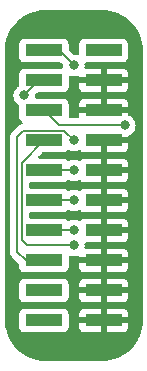
<source format=gbr>
%TF.GenerationSoftware,KiCad,Pcbnew,6.0.7-f9a2dced07~116~ubuntu22.04.1*%
%TF.CreationDate,2022-09-09T11:23:19-04:00*%
%TF.ProjectId,cti20-to-arm20-adapter,63746932-302d-4746-9f2d-61726d32302d,rev?*%
%TF.SameCoordinates,Original*%
%TF.FileFunction,Copper,L1,Top*%
%TF.FilePolarity,Positive*%
%FSLAX46Y46*%
G04 Gerber Fmt 4.6, Leading zero omitted, Abs format (unit mm)*
G04 Created by KiCad (PCBNEW 6.0.7-f9a2dced07~116~ubuntu22.04.1) date 2022-09-09 11:23:19*
%MOMM*%
%LPD*%
G01*
G04 APERTURE LIST*
%TA.AperFunction,SMDPad,CuDef*%
%ADD10R,3.150000X1.000000*%
%TD*%
%TA.AperFunction,ViaPad*%
%ADD11C,0.800000*%
%TD*%
%TA.AperFunction,Conductor*%
%ADD12C,0.200000*%
%TD*%
G04 APERTURE END LIST*
D10*
%TO.P,J1,1,Pin_1*%
%TO.N,/VDD*%
X103647000Y-72390000D03*
%TO.P,J1,2,Pin_2*%
%TO.N,unconnected-(J1-Pad2)*%
X108697000Y-72390000D03*
%TO.P,J1,3,Pin_3*%
%TO.N,/TRST_N*%
X103647000Y-74930000D03*
%TO.P,J1,4,Pin_4*%
%TO.N,GND*%
X108697000Y-74930000D03*
%TO.P,J1,5,Pin_5*%
%TO.N,/TDI*%
X103647000Y-77470000D03*
%TO.P,J1,6,Pin_6*%
%TO.N,GND*%
X108697000Y-77470000D03*
%TO.P,J1,7,Pin_7*%
%TO.N,/TMS*%
X103647000Y-80010000D03*
%TO.P,J1,8,Pin_8*%
%TO.N,GND*%
X108697000Y-80010000D03*
%TO.P,J1,9,Pin_9*%
%TO.N,/TCK*%
X103647000Y-82550000D03*
%TO.P,J1,10,Pin_10*%
%TO.N,GND*%
X108697000Y-82550000D03*
%TO.P,J1,11,Pin_11*%
%TO.N,/RTCK*%
X103647000Y-85090000D03*
%TO.P,J1,12,Pin_12*%
%TO.N,GND*%
X108697000Y-85090000D03*
%TO.P,J1,13,Pin_13*%
%TO.N,/TDO*%
X103647000Y-87630000D03*
%TO.P,J1,14,Pin_14*%
%TO.N,GND*%
X108697000Y-87630000D03*
%TO.P,J1,15,Pin_15*%
%TO.N,/SRST_N*%
X103647000Y-90170000D03*
%TO.P,J1,16,Pin_16*%
%TO.N,GND*%
X108697000Y-90170000D03*
%TO.P,J1,17,Pin_17*%
%TO.N,unconnected-(J1-Pad17)*%
X103647000Y-92710000D03*
%TO.P,J1,18,Pin_18*%
%TO.N,GND*%
X108697000Y-92710000D03*
%TO.P,J1,19,Pin_19*%
%TO.N,unconnected-(J1-Pad19)*%
X103647000Y-95250000D03*
%TO.P,J1,20,Pin_20*%
%TO.N,GND*%
X108697000Y-95250000D03*
%TD*%
D11*
%TO.N,/VDD*%
X106172000Y-73660000D03*
%TO.N,/TRST_N*%
X101981000Y-76200000D03*
%TO.N,GND*%
X106172000Y-76200000D03*
X110109000Y-70358000D03*
X101727000Y-96901000D03*
X109347000Y-97536000D03*
X101092000Y-91440000D03*
X106172000Y-93980000D03*
X106299000Y-97663000D03*
X101092000Y-73660000D03*
X103124000Y-70231000D03*
%TO.N,/TDI*%
X110490000Y-78740000D03*
%TO.N,/TMS*%
X106172000Y-88900000D03*
%TO.N,/TCK*%
X106172000Y-82550000D03*
%TO.N,/RTCK*%
X106172000Y-85090000D03*
%TO.N,/TDO*%
X106172000Y-87630000D03*
%TO.N,/SRST_N*%
X106172000Y-80010000D03*
%TD*%
D12*
%TO.N,/VDD*%
X104902000Y-72390000D02*
X103647000Y-72390000D01*
X106172000Y-73660000D02*
X104902000Y-72390000D01*
%TO.N,/TRST_N*%
X101981000Y-76200000D02*
X103251000Y-74930000D01*
X103251000Y-74930000D02*
X103647000Y-74930000D01*
%TO.N,/TDI*%
X104917000Y-78740000D02*
X103647000Y-77470000D01*
X110490000Y-78740000D02*
X104917000Y-78740000D01*
%TO.N,/TMS*%
X102242000Y-88900000D02*
X101772000Y-88430000D01*
X106172000Y-88900000D02*
X102242000Y-88900000D01*
X101772000Y-88430000D02*
X101772000Y-81885000D01*
X101772000Y-81885000D02*
X103647000Y-80010000D01*
%TO.N,/TCK*%
X106172000Y-82550000D02*
X103647000Y-82550000D01*
%TO.N,/RTCK*%
X106172000Y-85090000D02*
X103647000Y-85090000D01*
%TO.N,/TDO*%
X106172000Y-87630000D02*
X103647000Y-87630000D01*
%TO.N,/SRST_N*%
X102108000Y-90170000D02*
X103647000Y-90170000D01*
X101892000Y-79210000D02*
X101372000Y-79730000D01*
X105372000Y-79210000D02*
X101892000Y-79210000D01*
X106172000Y-80010000D02*
X105372000Y-79210000D01*
X101372000Y-89434000D02*
X102108000Y-90170000D01*
X101372000Y-79730000D02*
X101372000Y-89434000D01*
%TD*%
%TA.AperFunction,Conductor*%
%TO.N,GND*%
G36*
X107408564Y-68959036D02*
G01*
X108535235Y-68961397D01*
X108554354Y-68962897D01*
X108561048Y-68963939D01*
X108578724Y-68966691D01*
X108598079Y-68964160D01*
X108620594Y-68963248D01*
X108914876Y-68977706D01*
X108927170Y-68978916D01*
X109247751Y-69026471D01*
X109259857Y-69028878D01*
X109574233Y-69107625D01*
X109586065Y-69111214D01*
X109891202Y-69220394D01*
X109902626Y-69225126D01*
X109941606Y-69243562D01*
X110195594Y-69363689D01*
X110206495Y-69369516D01*
X110484467Y-69536126D01*
X110494742Y-69542992D01*
X110751966Y-69733763D01*
X110755046Y-69736047D01*
X110764603Y-69743891D01*
X111004729Y-69961527D01*
X111013473Y-69970271D01*
X111231109Y-70210397D01*
X111238951Y-70219951D01*
X111424495Y-70470126D01*
X111432004Y-70480251D01*
X111438874Y-70490533D01*
X111602599Y-70763691D01*
X111605484Y-70768505D01*
X111611311Y-70779406D01*
X111673510Y-70910916D01*
X111749874Y-71072374D01*
X111754606Y-71083798D01*
X111863786Y-71388935D01*
X111867375Y-71400765D01*
X111946122Y-71715143D01*
X111948529Y-71727249D01*
X111966038Y-71845283D01*
X111996083Y-72047825D01*
X111997294Y-72060124D01*
X112011255Y-72344284D01*
X112011390Y-72347034D01*
X112010042Y-72372598D01*
X112008309Y-72383724D01*
X112009474Y-72392630D01*
X112012436Y-72415283D01*
X112013500Y-72431621D01*
X112013500Y-95200633D01*
X112012000Y-95220018D01*
X112009690Y-95234851D01*
X112009690Y-95234855D01*
X112008309Y-95243724D01*
X112010840Y-95263079D01*
X112011752Y-95285594D01*
X112000132Y-95522115D01*
X111997295Y-95579870D01*
X111996084Y-95592170D01*
X111948532Y-95912738D01*
X111948531Y-95912742D01*
X111946122Y-95924857D01*
X111878508Y-96194786D01*
X111867375Y-96239233D01*
X111863786Y-96251065D01*
X111754606Y-96556202D01*
X111749874Y-96567626D01*
X111653261Y-96771899D01*
X111611313Y-96860590D01*
X111605484Y-96871495D01*
X111438874Y-97149467D01*
X111432004Y-97159749D01*
X111238953Y-97420046D01*
X111231109Y-97429603D01*
X111013473Y-97669729D01*
X111004729Y-97678473D01*
X110764603Y-97896109D01*
X110755049Y-97903951D01*
X110494742Y-98097008D01*
X110484467Y-98103874D01*
X110206495Y-98270484D01*
X110195594Y-98276311D01*
X110064084Y-98338510D01*
X109902626Y-98414874D01*
X109891202Y-98419606D01*
X109586065Y-98528786D01*
X109574235Y-98532375D01*
X109259857Y-98611122D01*
X109247751Y-98613529D01*
X108927170Y-98661084D01*
X108914876Y-98662294D01*
X108627962Y-98676390D01*
X108602402Y-98675042D01*
X108591276Y-98673309D01*
X108559714Y-98677436D01*
X108543379Y-98678500D01*
X103813432Y-98678500D01*
X103794046Y-98677000D01*
X103779212Y-98674690D01*
X103779211Y-98674690D01*
X103770342Y-98673309D01*
X103761439Y-98674473D01*
X103761438Y-98674473D01*
X103750990Y-98675839D01*
X103728473Y-98676751D01*
X103434196Y-98662292D01*
X103421898Y-98661080D01*
X103181860Y-98625472D01*
X103101332Y-98613526D01*
X103089204Y-98611114D01*
X102774831Y-98532364D01*
X102762999Y-98528774D01*
X102570651Y-98459950D01*
X102457870Y-98419595D01*
X102446456Y-98414867D01*
X102153514Y-98276313D01*
X102153491Y-98276302D01*
X102142586Y-98270473D01*
X101864624Y-98103867D01*
X101854343Y-98096998D01*
X101594055Y-97903953D01*
X101594034Y-97903937D01*
X101584488Y-97896103D01*
X101344353Y-97678456D01*
X101335611Y-97669713D01*
X101117981Y-97429592D01*
X101110137Y-97420034D01*
X100917086Y-97159733D01*
X100910216Y-97149451D01*
X100743614Y-96871489D01*
X100737785Y-96860585D01*
X100599223Y-96567618D01*
X100594491Y-96556194D01*
X100485312Y-96251059D01*
X100481723Y-96239226D01*
X100402981Y-95924865D01*
X100400569Y-95912738D01*
X100383569Y-95798134D01*
X101563500Y-95798134D01*
X101570255Y-95860316D01*
X101621385Y-95996705D01*
X101708739Y-96113261D01*
X101825295Y-96200615D01*
X101961684Y-96251745D01*
X102023866Y-96258500D01*
X105270134Y-96258500D01*
X105332316Y-96251745D01*
X105468705Y-96200615D01*
X105585261Y-96113261D01*
X105672615Y-95996705D01*
X105723745Y-95860316D01*
X105730500Y-95798134D01*
X105730500Y-95794669D01*
X106614001Y-95794669D01*
X106614371Y-95801490D01*
X106619895Y-95852352D01*
X106623521Y-95867604D01*
X106668676Y-95988054D01*
X106677214Y-96003649D01*
X106753715Y-96105724D01*
X106766276Y-96118285D01*
X106868351Y-96194786D01*
X106883946Y-96203324D01*
X107004394Y-96248478D01*
X107019649Y-96252105D01*
X107070514Y-96257631D01*
X107077328Y-96258000D01*
X108424885Y-96258000D01*
X108440124Y-96253525D01*
X108441329Y-96252135D01*
X108443000Y-96244452D01*
X108443000Y-96239884D01*
X108951000Y-96239884D01*
X108955475Y-96255123D01*
X108956865Y-96256328D01*
X108964548Y-96257999D01*
X110316669Y-96257999D01*
X110323490Y-96257629D01*
X110374352Y-96252105D01*
X110389604Y-96248479D01*
X110510054Y-96203324D01*
X110525649Y-96194786D01*
X110627724Y-96118285D01*
X110640285Y-96105724D01*
X110716786Y-96003649D01*
X110725324Y-95988054D01*
X110770478Y-95867606D01*
X110774105Y-95852351D01*
X110779631Y-95801486D01*
X110780000Y-95794672D01*
X110780000Y-95522115D01*
X110775525Y-95506876D01*
X110774135Y-95505671D01*
X110766452Y-95504000D01*
X108969115Y-95504000D01*
X108953876Y-95508475D01*
X108952671Y-95509865D01*
X108951000Y-95517548D01*
X108951000Y-96239884D01*
X108443000Y-96239884D01*
X108443000Y-95522115D01*
X108438525Y-95506876D01*
X108437135Y-95505671D01*
X108429452Y-95504000D01*
X106632116Y-95504000D01*
X106616877Y-95508475D01*
X106615672Y-95509865D01*
X106614001Y-95517548D01*
X106614001Y-95794669D01*
X105730500Y-95794669D01*
X105730500Y-94977885D01*
X106614000Y-94977885D01*
X106618475Y-94993124D01*
X106619865Y-94994329D01*
X106627548Y-94996000D01*
X108424885Y-94996000D01*
X108440124Y-94991525D01*
X108441329Y-94990135D01*
X108443000Y-94982452D01*
X108443000Y-94977885D01*
X108951000Y-94977885D01*
X108955475Y-94993124D01*
X108956865Y-94994329D01*
X108964548Y-94996000D01*
X110761884Y-94996000D01*
X110777123Y-94991525D01*
X110778328Y-94990135D01*
X110779999Y-94982452D01*
X110779999Y-94705331D01*
X110779629Y-94698510D01*
X110774105Y-94647648D01*
X110770479Y-94632396D01*
X110725324Y-94511946D01*
X110716786Y-94496351D01*
X110640285Y-94394276D01*
X110627724Y-94381715D01*
X110525649Y-94305214D01*
X110510054Y-94296676D01*
X110389606Y-94251522D01*
X110374351Y-94247895D01*
X110323486Y-94242369D01*
X110316672Y-94242000D01*
X108969115Y-94242000D01*
X108953876Y-94246475D01*
X108952671Y-94247865D01*
X108951000Y-94255548D01*
X108951000Y-94977885D01*
X108443000Y-94977885D01*
X108443000Y-94260116D01*
X108438525Y-94244877D01*
X108437135Y-94243672D01*
X108429452Y-94242001D01*
X107077331Y-94242001D01*
X107070510Y-94242371D01*
X107019648Y-94247895D01*
X107004396Y-94251521D01*
X106883946Y-94296676D01*
X106868351Y-94305214D01*
X106766276Y-94381715D01*
X106753715Y-94394276D01*
X106677214Y-94496351D01*
X106668676Y-94511946D01*
X106623522Y-94632394D01*
X106619895Y-94647649D01*
X106614369Y-94698514D01*
X106614000Y-94705328D01*
X106614000Y-94977885D01*
X105730500Y-94977885D01*
X105730500Y-94701866D01*
X105723745Y-94639684D01*
X105672615Y-94503295D01*
X105585261Y-94386739D01*
X105468705Y-94299385D01*
X105332316Y-94248255D01*
X105270134Y-94241500D01*
X102023866Y-94241500D01*
X101961684Y-94248255D01*
X101825295Y-94299385D01*
X101708739Y-94386739D01*
X101621385Y-94503295D01*
X101570255Y-94639684D01*
X101563500Y-94701866D01*
X101563500Y-95798134D01*
X100383569Y-95798134D01*
X100359788Y-95637818D01*
X100353016Y-95592168D01*
X100351805Y-95579867D01*
X100348220Y-95506876D01*
X100337886Y-95296517D01*
X100339479Y-95269439D01*
X100339829Y-95267355D01*
X100340637Y-95262552D01*
X100340790Y-95250000D01*
X100336813Y-95222230D01*
X100335540Y-95204425D01*
X100335447Y-94994329D01*
X100334679Y-93258134D01*
X101563500Y-93258134D01*
X101570255Y-93320316D01*
X101621385Y-93456705D01*
X101708739Y-93573261D01*
X101825295Y-93660615D01*
X101961684Y-93711745D01*
X102023866Y-93718500D01*
X105270134Y-93718500D01*
X105332316Y-93711745D01*
X105468705Y-93660615D01*
X105585261Y-93573261D01*
X105672615Y-93456705D01*
X105723745Y-93320316D01*
X105730500Y-93258134D01*
X105730500Y-93254669D01*
X106614001Y-93254669D01*
X106614371Y-93261490D01*
X106619895Y-93312352D01*
X106623521Y-93327604D01*
X106668676Y-93448054D01*
X106677214Y-93463649D01*
X106753715Y-93565724D01*
X106766276Y-93578285D01*
X106868351Y-93654786D01*
X106883946Y-93663324D01*
X107004394Y-93708478D01*
X107019649Y-93712105D01*
X107070514Y-93717631D01*
X107077328Y-93718000D01*
X108424885Y-93718000D01*
X108440124Y-93713525D01*
X108441329Y-93712135D01*
X108443000Y-93704452D01*
X108443000Y-93699884D01*
X108951000Y-93699884D01*
X108955475Y-93715123D01*
X108956865Y-93716328D01*
X108964548Y-93717999D01*
X110316669Y-93717999D01*
X110323490Y-93717629D01*
X110374352Y-93712105D01*
X110389604Y-93708479D01*
X110510054Y-93663324D01*
X110525649Y-93654786D01*
X110627724Y-93578285D01*
X110640285Y-93565724D01*
X110716786Y-93463649D01*
X110725324Y-93448054D01*
X110770478Y-93327606D01*
X110774105Y-93312351D01*
X110779631Y-93261486D01*
X110780000Y-93254672D01*
X110780000Y-92982115D01*
X110775525Y-92966876D01*
X110774135Y-92965671D01*
X110766452Y-92964000D01*
X108969115Y-92964000D01*
X108953876Y-92968475D01*
X108952671Y-92969865D01*
X108951000Y-92977548D01*
X108951000Y-93699884D01*
X108443000Y-93699884D01*
X108443000Y-92982115D01*
X108438525Y-92966876D01*
X108437135Y-92965671D01*
X108429452Y-92964000D01*
X106632116Y-92964000D01*
X106616877Y-92968475D01*
X106615672Y-92969865D01*
X106614001Y-92977548D01*
X106614001Y-93254669D01*
X105730500Y-93254669D01*
X105730500Y-92437885D01*
X106614000Y-92437885D01*
X106618475Y-92453124D01*
X106619865Y-92454329D01*
X106627548Y-92456000D01*
X108424885Y-92456000D01*
X108440124Y-92451525D01*
X108441329Y-92450135D01*
X108443000Y-92442452D01*
X108443000Y-92437885D01*
X108951000Y-92437885D01*
X108955475Y-92453124D01*
X108956865Y-92454329D01*
X108964548Y-92456000D01*
X110761884Y-92456000D01*
X110777123Y-92451525D01*
X110778328Y-92450135D01*
X110779999Y-92442452D01*
X110779999Y-92165331D01*
X110779629Y-92158510D01*
X110774105Y-92107648D01*
X110770479Y-92092396D01*
X110725324Y-91971946D01*
X110716786Y-91956351D01*
X110640285Y-91854276D01*
X110627724Y-91841715D01*
X110525649Y-91765214D01*
X110510054Y-91756676D01*
X110389606Y-91711522D01*
X110374351Y-91707895D01*
X110323486Y-91702369D01*
X110316672Y-91702000D01*
X108969115Y-91702000D01*
X108953876Y-91706475D01*
X108952671Y-91707865D01*
X108951000Y-91715548D01*
X108951000Y-92437885D01*
X108443000Y-92437885D01*
X108443000Y-91720116D01*
X108438525Y-91704877D01*
X108437135Y-91703672D01*
X108429452Y-91702001D01*
X107077331Y-91702001D01*
X107070510Y-91702371D01*
X107019648Y-91707895D01*
X107004396Y-91711521D01*
X106883946Y-91756676D01*
X106868351Y-91765214D01*
X106766276Y-91841715D01*
X106753715Y-91854276D01*
X106677214Y-91956351D01*
X106668676Y-91971946D01*
X106623522Y-92092394D01*
X106619895Y-92107649D01*
X106614369Y-92158514D01*
X106614000Y-92165328D01*
X106614000Y-92437885D01*
X105730500Y-92437885D01*
X105730500Y-92161866D01*
X105723745Y-92099684D01*
X105672615Y-91963295D01*
X105585261Y-91846739D01*
X105468705Y-91759385D01*
X105332316Y-91708255D01*
X105270134Y-91701500D01*
X102023866Y-91701500D01*
X101961684Y-91708255D01*
X101825295Y-91759385D01*
X101708739Y-91846739D01*
X101621385Y-91963295D01*
X101570255Y-92099684D01*
X101563500Y-92161866D01*
X101563500Y-93258134D01*
X100334679Y-93258134D01*
X100332987Y-89434000D01*
X100758250Y-89434000D01*
X100763500Y-89473880D01*
X100763500Y-89473885D01*
X100774095Y-89554364D01*
X100779162Y-89592851D01*
X100840476Y-89740876D01*
X100845503Y-89747427D01*
X100845504Y-89747429D01*
X100913520Y-89836069D01*
X100913526Y-89836075D01*
X100938013Y-89867987D01*
X100944568Y-89873017D01*
X100963379Y-89887452D01*
X100975770Y-89898319D01*
X101526595Y-90449144D01*
X101560621Y-90511456D01*
X101563500Y-90538239D01*
X101563500Y-90718134D01*
X101570255Y-90780316D01*
X101621385Y-90916705D01*
X101708739Y-91033261D01*
X101825295Y-91120615D01*
X101961684Y-91171745D01*
X102023866Y-91178500D01*
X105270134Y-91178500D01*
X105332316Y-91171745D01*
X105468705Y-91120615D01*
X105585261Y-91033261D01*
X105672615Y-90916705D01*
X105723745Y-90780316D01*
X105730500Y-90718134D01*
X105730500Y-90714669D01*
X106614001Y-90714669D01*
X106614371Y-90721490D01*
X106619895Y-90772352D01*
X106623521Y-90787604D01*
X106668676Y-90908054D01*
X106677214Y-90923649D01*
X106753715Y-91025724D01*
X106766276Y-91038285D01*
X106868351Y-91114786D01*
X106883946Y-91123324D01*
X107004394Y-91168478D01*
X107019649Y-91172105D01*
X107070514Y-91177631D01*
X107077328Y-91178000D01*
X108424885Y-91178000D01*
X108440124Y-91173525D01*
X108441329Y-91172135D01*
X108443000Y-91164452D01*
X108443000Y-91159884D01*
X108951000Y-91159884D01*
X108955475Y-91175123D01*
X108956865Y-91176328D01*
X108964548Y-91177999D01*
X110316669Y-91177999D01*
X110323490Y-91177629D01*
X110374352Y-91172105D01*
X110389604Y-91168479D01*
X110510054Y-91123324D01*
X110525649Y-91114786D01*
X110627724Y-91038285D01*
X110640285Y-91025724D01*
X110716786Y-90923649D01*
X110725324Y-90908054D01*
X110770478Y-90787606D01*
X110774105Y-90772351D01*
X110779631Y-90721486D01*
X110780000Y-90714672D01*
X110780000Y-90442115D01*
X110775525Y-90426876D01*
X110774135Y-90425671D01*
X110766452Y-90424000D01*
X108969115Y-90424000D01*
X108953876Y-90428475D01*
X108952671Y-90429865D01*
X108951000Y-90437548D01*
X108951000Y-91159884D01*
X108443000Y-91159884D01*
X108443000Y-90442115D01*
X108438525Y-90426876D01*
X108437135Y-90425671D01*
X108429452Y-90424000D01*
X106632116Y-90424000D01*
X106616877Y-90428475D01*
X106615672Y-90429865D01*
X106614001Y-90437548D01*
X106614001Y-90714669D01*
X105730500Y-90714669D01*
X105730500Y-89889762D01*
X105750502Y-89821641D01*
X105804158Y-89775148D01*
X105874432Y-89765044D01*
X105888786Y-89768382D01*
X105889712Y-89768794D01*
X105896168Y-89770166D01*
X105896167Y-89770166D01*
X106070056Y-89807128D01*
X106070061Y-89807128D01*
X106076513Y-89808500D01*
X106267487Y-89808500D01*
X106273939Y-89807128D01*
X106273944Y-89807128D01*
X106447833Y-89770166D01*
X106447832Y-89770166D01*
X106449809Y-89769746D01*
X106449811Y-89769746D01*
X106454288Y-89768794D01*
X106454462Y-89769613D01*
X106520028Y-89767738D01*
X106580827Y-89804398D01*
X106612154Y-89868110D01*
X106614000Y-89889599D01*
X106614000Y-89897885D01*
X106618475Y-89913124D01*
X106619865Y-89914329D01*
X106627548Y-89916000D01*
X108424885Y-89916000D01*
X108440124Y-89911525D01*
X108441329Y-89910135D01*
X108443000Y-89902452D01*
X108443000Y-89897885D01*
X108951000Y-89897885D01*
X108955475Y-89913124D01*
X108956865Y-89914329D01*
X108964548Y-89916000D01*
X110761884Y-89916000D01*
X110777123Y-89911525D01*
X110778328Y-89910135D01*
X110779999Y-89902452D01*
X110779999Y-89625331D01*
X110779629Y-89618510D01*
X110774105Y-89567648D01*
X110770479Y-89552396D01*
X110725324Y-89431946D01*
X110716786Y-89416351D01*
X110640285Y-89314276D01*
X110627724Y-89301715D01*
X110525649Y-89225214D01*
X110510054Y-89216676D01*
X110389606Y-89171522D01*
X110374351Y-89167895D01*
X110323486Y-89162369D01*
X110316672Y-89162000D01*
X108969115Y-89162000D01*
X108953876Y-89166475D01*
X108952671Y-89167865D01*
X108951000Y-89175548D01*
X108951000Y-89897885D01*
X108443000Y-89897885D01*
X108443000Y-89180116D01*
X108438525Y-89164877D01*
X108437135Y-89163672D01*
X108429452Y-89162001D01*
X107197904Y-89162001D01*
X107129783Y-89141999D01*
X107083290Y-89088343D01*
X107072594Y-89022830D01*
X107084814Y-88906564D01*
X107085504Y-88900000D01*
X107072594Y-88777170D01*
X107085366Y-88707332D01*
X107133868Y-88655486D01*
X107197904Y-88638000D01*
X108424885Y-88638000D01*
X108440124Y-88633525D01*
X108441329Y-88632135D01*
X108443000Y-88624452D01*
X108443000Y-88619884D01*
X108951000Y-88619884D01*
X108955475Y-88635123D01*
X108956865Y-88636328D01*
X108964548Y-88637999D01*
X110316669Y-88637999D01*
X110323490Y-88637629D01*
X110374352Y-88632105D01*
X110389604Y-88628479D01*
X110510054Y-88583324D01*
X110525649Y-88574786D01*
X110627724Y-88498285D01*
X110640285Y-88485724D01*
X110716786Y-88383649D01*
X110725324Y-88368054D01*
X110770478Y-88247606D01*
X110774105Y-88232351D01*
X110779631Y-88181486D01*
X110780000Y-88174672D01*
X110780000Y-87902115D01*
X110775525Y-87886876D01*
X110774135Y-87885671D01*
X110766452Y-87884000D01*
X108969115Y-87884000D01*
X108953876Y-87888475D01*
X108952671Y-87889865D01*
X108951000Y-87897548D01*
X108951000Y-88619884D01*
X108443000Y-88619884D01*
X108443000Y-87357885D01*
X108951000Y-87357885D01*
X108955475Y-87373124D01*
X108956865Y-87374329D01*
X108964548Y-87376000D01*
X110761884Y-87376000D01*
X110777123Y-87371525D01*
X110778328Y-87370135D01*
X110779999Y-87362452D01*
X110779999Y-87085331D01*
X110779629Y-87078510D01*
X110774105Y-87027648D01*
X110770479Y-87012396D01*
X110725324Y-86891946D01*
X110716786Y-86876351D01*
X110640285Y-86774276D01*
X110627724Y-86761715D01*
X110525649Y-86685214D01*
X110510054Y-86676676D01*
X110389606Y-86631522D01*
X110374351Y-86627895D01*
X110323486Y-86622369D01*
X110316672Y-86622000D01*
X108969115Y-86622000D01*
X108953876Y-86626475D01*
X108952671Y-86627865D01*
X108951000Y-86635548D01*
X108951000Y-87357885D01*
X108443000Y-87357885D01*
X108443000Y-86640116D01*
X108438525Y-86624877D01*
X108437135Y-86623672D01*
X108429452Y-86622001D01*
X107077331Y-86622001D01*
X107070510Y-86622371D01*
X107019648Y-86627895D01*
X107004396Y-86631521D01*
X106883946Y-86676676D01*
X106868351Y-86685214D01*
X106766276Y-86761715D01*
X106753714Y-86774277D01*
X106746411Y-86784021D01*
X106689551Y-86826534D01*
X106618732Y-86831558D01*
X106594338Y-86823560D01*
X106460319Y-86763891D01*
X106460318Y-86763891D01*
X106454288Y-86761206D01*
X106360887Y-86741353D01*
X106273944Y-86722872D01*
X106273939Y-86722872D01*
X106267487Y-86721500D01*
X106076513Y-86721500D01*
X106070061Y-86722872D01*
X106070056Y-86722872D01*
X105983113Y-86741353D01*
X105889712Y-86761206D01*
X105883682Y-86763891D01*
X105883681Y-86763891D01*
X105861158Y-86773919D01*
X105750129Y-86823352D01*
X105679763Y-86832786D01*
X105615466Y-86802680D01*
X105598055Y-86783810D01*
X105590642Y-86773919D01*
X105585261Y-86766739D01*
X105468705Y-86679385D01*
X105332316Y-86628255D01*
X105270134Y-86621500D01*
X102506500Y-86621500D01*
X102438379Y-86601498D01*
X102391886Y-86547842D01*
X102380500Y-86495500D01*
X102380500Y-86224500D01*
X102400502Y-86156379D01*
X102454158Y-86109886D01*
X102506500Y-86098500D01*
X105270134Y-86098500D01*
X105332316Y-86091745D01*
X105468705Y-86040615D01*
X105585261Y-85953261D01*
X105598055Y-85936190D01*
X105654914Y-85893675D01*
X105725733Y-85888649D01*
X105750127Y-85896647D01*
X105838468Y-85935979D01*
X105877285Y-85953261D01*
X105889712Y-85958794D01*
X105983112Y-85978647D01*
X106070056Y-85997128D01*
X106070061Y-85997128D01*
X106076513Y-85998500D01*
X106267487Y-85998500D01*
X106273939Y-85997128D01*
X106273944Y-85997128D01*
X106360888Y-85978647D01*
X106454288Y-85958794D01*
X106466716Y-85953261D01*
X106594338Y-85896440D01*
X106664705Y-85887006D01*
X106729002Y-85917113D01*
X106746411Y-85935979D01*
X106753714Y-85945723D01*
X106766276Y-85958285D01*
X106868351Y-86034786D01*
X106883946Y-86043324D01*
X107004394Y-86088478D01*
X107019649Y-86092105D01*
X107070514Y-86097631D01*
X107077328Y-86098000D01*
X108424885Y-86098000D01*
X108440124Y-86093525D01*
X108441329Y-86092135D01*
X108443000Y-86084452D01*
X108443000Y-86079884D01*
X108951000Y-86079884D01*
X108955475Y-86095123D01*
X108956865Y-86096328D01*
X108964548Y-86097999D01*
X110316669Y-86097999D01*
X110323490Y-86097629D01*
X110374352Y-86092105D01*
X110389604Y-86088479D01*
X110510054Y-86043324D01*
X110525649Y-86034786D01*
X110627724Y-85958285D01*
X110640285Y-85945724D01*
X110716786Y-85843649D01*
X110725324Y-85828054D01*
X110770478Y-85707606D01*
X110774105Y-85692351D01*
X110779631Y-85641486D01*
X110780000Y-85634672D01*
X110780000Y-85362115D01*
X110775525Y-85346876D01*
X110774135Y-85345671D01*
X110766452Y-85344000D01*
X108969115Y-85344000D01*
X108953876Y-85348475D01*
X108952671Y-85349865D01*
X108951000Y-85357548D01*
X108951000Y-86079884D01*
X108443000Y-86079884D01*
X108443000Y-84817885D01*
X108951000Y-84817885D01*
X108955475Y-84833124D01*
X108956865Y-84834329D01*
X108964548Y-84836000D01*
X110761884Y-84836000D01*
X110777123Y-84831525D01*
X110778328Y-84830135D01*
X110779999Y-84822452D01*
X110779999Y-84545331D01*
X110779629Y-84538510D01*
X110774105Y-84487648D01*
X110770479Y-84472396D01*
X110725324Y-84351946D01*
X110716786Y-84336351D01*
X110640285Y-84234276D01*
X110627724Y-84221715D01*
X110525649Y-84145214D01*
X110510054Y-84136676D01*
X110389606Y-84091522D01*
X110374351Y-84087895D01*
X110323486Y-84082369D01*
X110316672Y-84082000D01*
X108969115Y-84082000D01*
X108953876Y-84086475D01*
X108952671Y-84087865D01*
X108951000Y-84095548D01*
X108951000Y-84817885D01*
X108443000Y-84817885D01*
X108443000Y-84100116D01*
X108438525Y-84084877D01*
X108437135Y-84083672D01*
X108429452Y-84082001D01*
X107077331Y-84082001D01*
X107070510Y-84082371D01*
X107019648Y-84087895D01*
X107004396Y-84091521D01*
X106883946Y-84136676D01*
X106868351Y-84145214D01*
X106766276Y-84221715D01*
X106753714Y-84234277D01*
X106746411Y-84244021D01*
X106689551Y-84286534D01*
X106618732Y-84291558D01*
X106594338Y-84283560D01*
X106460319Y-84223891D01*
X106460318Y-84223891D01*
X106454288Y-84221206D01*
X106360888Y-84201353D01*
X106273944Y-84182872D01*
X106273939Y-84182872D01*
X106267487Y-84181500D01*
X106076513Y-84181500D01*
X106070061Y-84182872D01*
X106070056Y-84182872D01*
X105983112Y-84201353D01*
X105889712Y-84221206D01*
X105883682Y-84223891D01*
X105883681Y-84223891D01*
X105861158Y-84233919D01*
X105750129Y-84283352D01*
X105679763Y-84292786D01*
X105615466Y-84262680D01*
X105598055Y-84243810D01*
X105590642Y-84233919D01*
X105585261Y-84226739D01*
X105468705Y-84139385D01*
X105332316Y-84088255D01*
X105270134Y-84081500D01*
X102506500Y-84081500D01*
X102438379Y-84061498D01*
X102391886Y-84007842D01*
X102380500Y-83955500D01*
X102380500Y-83684500D01*
X102400502Y-83616379D01*
X102454158Y-83569886D01*
X102506500Y-83558500D01*
X105270134Y-83558500D01*
X105332316Y-83551745D01*
X105468705Y-83500615D01*
X105585261Y-83413261D01*
X105598055Y-83396190D01*
X105654914Y-83353675D01*
X105725733Y-83348649D01*
X105750127Y-83356647D01*
X105838468Y-83395979D01*
X105877285Y-83413261D01*
X105889712Y-83418794D01*
X105983112Y-83438647D01*
X106070056Y-83457128D01*
X106070061Y-83457128D01*
X106076513Y-83458500D01*
X106267487Y-83458500D01*
X106273939Y-83457128D01*
X106273944Y-83457128D01*
X106360888Y-83438647D01*
X106454288Y-83418794D01*
X106466716Y-83413261D01*
X106594338Y-83356440D01*
X106664705Y-83347006D01*
X106729002Y-83377113D01*
X106746411Y-83395979D01*
X106753714Y-83405723D01*
X106766276Y-83418285D01*
X106868351Y-83494786D01*
X106883946Y-83503324D01*
X107004394Y-83548478D01*
X107019649Y-83552105D01*
X107070514Y-83557631D01*
X107077328Y-83558000D01*
X108424885Y-83558000D01*
X108440124Y-83553525D01*
X108441329Y-83552135D01*
X108443000Y-83544452D01*
X108443000Y-83539884D01*
X108951000Y-83539884D01*
X108955475Y-83555123D01*
X108956865Y-83556328D01*
X108964548Y-83557999D01*
X110316669Y-83557999D01*
X110323490Y-83557629D01*
X110374352Y-83552105D01*
X110389604Y-83548479D01*
X110510054Y-83503324D01*
X110525649Y-83494786D01*
X110627724Y-83418285D01*
X110640285Y-83405724D01*
X110716786Y-83303649D01*
X110725324Y-83288054D01*
X110770478Y-83167606D01*
X110774105Y-83152351D01*
X110779631Y-83101486D01*
X110780000Y-83094672D01*
X110780000Y-82822115D01*
X110775525Y-82806876D01*
X110774135Y-82805671D01*
X110766452Y-82804000D01*
X108969115Y-82804000D01*
X108953876Y-82808475D01*
X108952671Y-82809865D01*
X108951000Y-82817548D01*
X108951000Y-83539884D01*
X108443000Y-83539884D01*
X108443000Y-82277885D01*
X108951000Y-82277885D01*
X108955475Y-82293124D01*
X108956865Y-82294329D01*
X108964548Y-82296000D01*
X110761884Y-82296000D01*
X110777123Y-82291525D01*
X110778328Y-82290135D01*
X110779999Y-82282452D01*
X110779999Y-82005331D01*
X110779629Y-81998510D01*
X110774105Y-81947648D01*
X110770479Y-81932396D01*
X110725324Y-81811946D01*
X110716786Y-81796351D01*
X110640285Y-81694276D01*
X110627724Y-81681715D01*
X110525649Y-81605214D01*
X110510054Y-81596676D01*
X110389606Y-81551522D01*
X110374351Y-81547895D01*
X110323486Y-81542369D01*
X110316672Y-81542000D01*
X108969115Y-81542000D01*
X108953876Y-81546475D01*
X108952671Y-81547865D01*
X108951000Y-81555548D01*
X108951000Y-82277885D01*
X108443000Y-82277885D01*
X108443000Y-81560116D01*
X108438525Y-81544877D01*
X108437135Y-81543672D01*
X108429452Y-81542001D01*
X107077331Y-81542001D01*
X107070510Y-81542371D01*
X107019648Y-81547895D01*
X107004396Y-81551521D01*
X106883946Y-81596676D01*
X106868351Y-81605214D01*
X106766276Y-81681715D01*
X106753714Y-81694277D01*
X106746411Y-81704021D01*
X106689551Y-81746534D01*
X106618732Y-81751558D01*
X106594338Y-81743560D01*
X106460319Y-81683891D01*
X106460318Y-81683891D01*
X106454288Y-81681206D01*
X106360888Y-81661353D01*
X106273944Y-81642872D01*
X106273939Y-81642872D01*
X106267487Y-81641500D01*
X106076513Y-81641500D01*
X106070061Y-81642872D01*
X106070056Y-81642872D01*
X105983112Y-81661353D01*
X105889712Y-81681206D01*
X105883682Y-81683891D01*
X105883681Y-81683891D01*
X105861158Y-81693919D01*
X105750129Y-81743352D01*
X105679763Y-81752786D01*
X105615466Y-81722680D01*
X105598055Y-81703810D01*
X105590642Y-81693919D01*
X105585261Y-81686739D01*
X105468705Y-81599385D01*
X105332316Y-81548255D01*
X105270134Y-81541500D01*
X103280239Y-81541500D01*
X103212118Y-81521498D01*
X103165625Y-81467842D01*
X103155521Y-81397568D01*
X103185015Y-81332988D01*
X103191144Y-81326405D01*
X103462144Y-81055405D01*
X103524456Y-81021379D01*
X103551239Y-81018500D01*
X105270134Y-81018500D01*
X105332316Y-81011745D01*
X105468705Y-80960615D01*
X105585261Y-80873261D01*
X105598055Y-80856190D01*
X105654914Y-80813675D01*
X105725733Y-80808649D01*
X105750127Y-80816647D01*
X105838468Y-80855979D01*
X105877285Y-80873261D01*
X105889712Y-80878794D01*
X105983112Y-80898647D01*
X106070056Y-80917128D01*
X106070061Y-80917128D01*
X106076513Y-80918500D01*
X106267487Y-80918500D01*
X106273939Y-80917128D01*
X106273944Y-80917128D01*
X106360888Y-80898647D01*
X106454288Y-80878794D01*
X106466716Y-80873261D01*
X106594338Y-80816440D01*
X106664705Y-80807006D01*
X106729002Y-80837113D01*
X106746411Y-80855979D01*
X106753714Y-80865723D01*
X106766276Y-80878285D01*
X106868351Y-80954786D01*
X106883946Y-80963324D01*
X107004394Y-81008478D01*
X107019649Y-81012105D01*
X107070514Y-81017631D01*
X107077328Y-81018000D01*
X108424885Y-81018000D01*
X108440124Y-81013525D01*
X108441329Y-81012135D01*
X108443000Y-81004452D01*
X108443000Y-80999884D01*
X108951000Y-80999884D01*
X108955475Y-81015123D01*
X108956865Y-81016328D01*
X108964548Y-81017999D01*
X110316669Y-81017999D01*
X110323490Y-81017629D01*
X110374352Y-81012105D01*
X110389604Y-81008479D01*
X110510054Y-80963324D01*
X110525649Y-80954786D01*
X110627724Y-80878285D01*
X110640285Y-80865724D01*
X110716786Y-80763649D01*
X110725324Y-80748054D01*
X110770478Y-80627606D01*
X110774105Y-80612351D01*
X110779631Y-80561486D01*
X110780000Y-80554672D01*
X110780000Y-80282115D01*
X110775525Y-80266876D01*
X110774135Y-80265671D01*
X110766452Y-80264000D01*
X108969115Y-80264000D01*
X108953876Y-80268475D01*
X108952671Y-80269865D01*
X108951000Y-80277548D01*
X108951000Y-80999884D01*
X108443000Y-80999884D01*
X108443000Y-79882000D01*
X108463002Y-79813879D01*
X108516658Y-79767386D01*
X108569000Y-79756000D01*
X110761884Y-79756000D01*
X110777123Y-79751525D01*
X110778328Y-79750135D01*
X110779999Y-79742452D01*
X110779999Y-79687187D01*
X110800001Y-79619066D01*
X110854750Y-79572080D01*
X110940722Y-79533803D01*
X110940724Y-79533802D01*
X110946752Y-79531118D01*
X111101253Y-79418866D01*
X111183140Y-79327921D01*
X111224621Y-79281852D01*
X111224622Y-79281851D01*
X111229040Y-79276944D01*
X111324527Y-79111556D01*
X111383542Y-78929928D01*
X111403504Y-78740000D01*
X111388947Y-78601500D01*
X111384232Y-78556635D01*
X111384232Y-78556633D01*
X111383542Y-78550072D01*
X111324527Y-78368444D01*
X111229040Y-78203056D01*
X111101253Y-78061134D01*
X110946752Y-77948882D01*
X110854750Y-77907920D01*
X110800655Y-77861941D01*
X110780000Y-77792814D01*
X110780000Y-77742115D01*
X110775525Y-77726876D01*
X110774135Y-77725671D01*
X110766452Y-77724000D01*
X106632116Y-77724000D01*
X106616877Y-77728475D01*
X106615672Y-77729865D01*
X106614001Y-77737548D01*
X106614001Y-78005500D01*
X106593999Y-78073621D01*
X106540343Y-78120114D01*
X106488001Y-78131500D01*
X105856500Y-78131500D01*
X105788379Y-78111498D01*
X105741886Y-78057842D01*
X105730500Y-78005500D01*
X105730500Y-77197885D01*
X106614000Y-77197885D01*
X106618475Y-77213124D01*
X106619865Y-77214329D01*
X106627548Y-77216000D01*
X108424885Y-77216000D01*
X108440124Y-77211525D01*
X108441329Y-77210135D01*
X108443000Y-77202452D01*
X108443000Y-77197885D01*
X108951000Y-77197885D01*
X108955475Y-77213124D01*
X108956865Y-77214329D01*
X108964548Y-77216000D01*
X110761884Y-77216000D01*
X110777123Y-77211525D01*
X110778328Y-77210135D01*
X110779999Y-77202452D01*
X110779999Y-76925331D01*
X110779629Y-76918510D01*
X110774105Y-76867648D01*
X110770479Y-76852396D01*
X110725324Y-76731946D01*
X110716786Y-76716351D01*
X110640285Y-76614276D01*
X110627724Y-76601715D01*
X110525649Y-76525214D01*
X110510054Y-76516676D01*
X110389606Y-76471522D01*
X110374351Y-76467895D01*
X110323486Y-76462369D01*
X110316672Y-76462000D01*
X108969115Y-76462000D01*
X108953876Y-76466475D01*
X108952671Y-76467865D01*
X108951000Y-76475548D01*
X108951000Y-77197885D01*
X108443000Y-77197885D01*
X108443000Y-76480116D01*
X108438525Y-76464877D01*
X108437135Y-76463672D01*
X108429452Y-76462001D01*
X107077331Y-76462001D01*
X107070510Y-76462371D01*
X107019648Y-76467895D01*
X107004396Y-76471521D01*
X106883946Y-76516676D01*
X106868351Y-76525214D01*
X106766276Y-76601715D01*
X106753715Y-76614276D01*
X106677214Y-76716351D01*
X106668676Y-76731946D01*
X106623522Y-76852394D01*
X106619895Y-76867649D01*
X106614369Y-76918514D01*
X106614000Y-76925328D01*
X106614000Y-77197885D01*
X105730500Y-77197885D01*
X105730500Y-76921866D01*
X105723745Y-76859684D01*
X105672615Y-76723295D01*
X105585261Y-76606739D01*
X105468705Y-76519385D01*
X105332316Y-76468255D01*
X105270134Y-76461500D01*
X103006957Y-76461500D01*
X102938836Y-76441498D01*
X102892343Y-76387842D01*
X102881647Y-76322330D01*
X102893814Y-76206565D01*
X102894504Y-76200000D01*
X102894316Y-76198214D01*
X102913816Y-76131804D01*
X102930719Y-76110830D01*
X103066144Y-75975405D01*
X103128456Y-75941379D01*
X103155239Y-75938500D01*
X105270134Y-75938500D01*
X105332316Y-75931745D01*
X105468705Y-75880615D01*
X105585261Y-75793261D01*
X105672615Y-75676705D01*
X105723745Y-75540316D01*
X105730500Y-75478134D01*
X105730500Y-75474669D01*
X106614001Y-75474669D01*
X106614371Y-75481490D01*
X106619895Y-75532352D01*
X106623521Y-75547604D01*
X106668676Y-75668054D01*
X106677214Y-75683649D01*
X106753715Y-75785724D01*
X106766276Y-75798285D01*
X106868351Y-75874786D01*
X106883946Y-75883324D01*
X107004394Y-75928478D01*
X107019649Y-75932105D01*
X107070514Y-75937631D01*
X107077328Y-75938000D01*
X108424885Y-75938000D01*
X108440124Y-75933525D01*
X108441329Y-75932135D01*
X108443000Y-75924452D01*
X108443000Y-75919884D01*
X108951000Y-75919884D01*
X108955475Y-75935123D01*
X108956865Y-75936328D01*
X108964548Y-75937999D01*
X110316669Y-75937999D01*
X110323490Y-75937629D01*
X110374352Y-75932105D01*
X110389604Y-75928479D01*
X110510054Y-75883324D01*
X110525649Y-75874786D01*
X110627724Y-75798285D01*
X110640285Y-75785724D01*
X110716786Y-75683649D01*
X110725324Y-75668054D01*
X110770478Y-75547606D01*
X110774105Y-75532351D01*
X110779631Y-75481486D01*
X110780000Y-75474672D01*
X110780000Y-75202115D01*
X110775525Y-75186876D01*
X110774135Y-75185671D01*
X110766452Y-75184000D01*
X108969115Y-75184000D01*
X108953876Y-75188475D01*
X108952671Y-75189865D01*
X108951000Y-75197548D01*
X108951000Y-75919884D01*
X108443000Y-75919884D01*
X108443000Y-75202115D01*
X108438525Y-75186876D01*
X108437135Y-75185671D01*
X108429452Y-75184000D01*
X106632116Y-75184000D01*
X106616877Y-75188475D01*
X106615672Y-75189865D01*
X106614001Y-75197548D01*
X106614001Y-75474669D01*
X105730500Y-75474669D01*
X105730500Y-74649762D01*
X105750502Y-74581641D01*
X105804158Y-74535148D01*
X105874432Y-74525044D01*
X105888786Y-74528382D01*
X105889712Y-74528794D01*
X105896168Y-74530166D01*
X105896167Y-74530166D01*
X106070056Y-74567128D01*
X106070061Y-74567128D01*
X106076513Y-74568500D01*
X106267487Y-74568500D01*
X106273939Y-74567128D01*
X106273944Y-74567128D01*
X106447833Y-74530166D01*
X106447832Y-74530166D01*
X106449809Y-74529746D01*
X106449811Y-74529746D01*
X106454288Y-74528794D01*
X106454462Y-74529613D01*
X106520028Y-74527738D01*
X106580827Y-74564398D01*
X106612154Y-74628110D01*
X106614000Y-74649599D01*
X106614000Y-74657885D01*
X106618475Y-74673124D01*
X106619865Y-74674329D01*
X106627548Y-74676000D01*
X108424885Y-74676000D01*
X108440124Y-74671525D01*
X108441329Y-74670135D01*
X108443000Y-74662452D01*
X108443000Y-74657885D01*
X108951000Y-74657885D01*
X108955475Y-74673124D01*
X108956865Y-74674329D01*
X108964548Y-74676000D01*
X110761884Y-74676000D01*
X110777123Y-74671525D01*
X110778328Y-74670135D01*
X110779999Y-74662452D01*
X110779999Y-74385331D01*
X110779629Y-74378510D01*
X110774105Y-74327648D01*
X110770479Y-74312396D01*
X110725324Y-74191946D01*
X110716786Y-74176351D01*
X110640285Y-74074276D01*
X110627724Y-74061715D01*
X110525649Y-73985214D01*
X110510054Y-73976676D01*
X110389606Y-73931522D01*
X110374351Y-73927895D01*
X110323486Y-73922369D01*
X110316672Y-73922000D01*
X108969115Y-73922000D01*
X108953876Y-73926475D01*
X108952671Y-73927865D01*
X108951000Y-73935548D01*
X108951000Y-74657885D01*
X108443000Y-74657885D01*
X108443000Y-73940116D01*
X108438525Y-73924877D01*
X108437135Y-73923672D01*
X108429452Y-73922001D01*
X107197904Y-73922001D01*
X107129783Y-73901999D01*
X107083290Y-73848343D01*
X107072594Y-73782830D01*
X107084814Y-73666564D01*
X107085504Y-73660000D01*
X107072647Y-73537670D01*
X107085419Y-73467832D01*
X107133921Y-73415985D01*
X107197957Y-73398500D01*
X110320134Y-73398500D01*
X110382316Y-73391745D01*
X110518705Y-73340615D01*
X110635261Y-73253261D01*
X110722615Y-73136705D01*
X110773745Y-73000316D01*
X110780500Y-72938134D01*
X110780500Y-71841866D01*
X110773745Y-71779684D01*
X110722615Y-71643295D01*
X110635261Y-71526739D01*
X110518705Y-71439385D01*
X110382316Y-71388255D01*
X110320134Y-71381500D01*
X107073866Y-71381500D01*
X107011684Y-71388255D01*
X106875295Y-71439385D01*
X106758739Y-71526739D01*
X106671385Y-71643295D01*
X106620255Y-71779684D01*
X106613500Y-71841866D01*
X106613500Y-72670238D01*
X106593498Y-72738359D01*
X106539842Y-72784852D01*
X106469568Y-72794956D01*
X106455214Y-72791618D01*
X106454288Y-72791206D01*
X106424395Y-72784852D01*
X106273944Y-72752872D01*
X106273939Y-72752872D01*
X106267487Y-72751500D01*
X106176239Y-72751500D01*
X106108118Y-72731498D01*
X106087144Y-72714595D01*
X105767405Y-72394856D01*
X105733379Y-72332544D01*
X105730500Y-72305761D01*
X105730500Y-71841866D01*
X105723745Y-71779684D01*
X105672615Y-71643295D01*
X105585261Y-71526739D01*
X105468705Y-71439385D01*
X105332316Y-71388255D01*
X105270134Y-71381500D01*
X102023866Y-71381500D01*
X101961684Y-71388255D01*
X101825295Y-71439385D01*
X101708739Y-71526739D01*
X101621385Y-71643295D01*
X101570255Y-71779684D01*
X101563500Y-71841866D01*
X101563500Y-72938134D01*
X101570255Y-73000316D01*
X101621385Y-73136705D01*
X101708739Y-73253261D01*
X101825295Y-73340615D01*
X101961684Y-73391745D01*
X102023866Y-73398500D01*
X104997761Y-73398500D01*
X105065882Y-73418502D01*
X105086856Y-73435405D01*
X105222281Y-73570830D01*
X105256307Y-73633142D01*
X105258841Y-73656716D01*
X105258496Y-73660000D01*
X105259186Y-73666564D01*
X105259186Y-73666565D01*
X105271353Y-73782330D01*
X105258581Y-73852168D01*
X105210079Y-73904015D01*
X105146043Y-73921500D01*
X102023866Y-73921500D01*
X101961684Y-73928255D01*
X101825295Y-73979385D01*
X101708739Y-74066739D01*
X101621385Y-74183295D01*
X101570255Y-74319684D01*
X101563500Y-74381866D01*
X101563500Y-75316164D01*
X101543498Y-75384285D01*
X101511561Y-75418100D01*
X101424256Y-75481531D01*
X101369747Y-75521134D01*
X101365326Y-75526044D01*
X101365325Y-75526045D01*
X101345912Y-75547606D01*
X101241960Y-75663056D01*
X101146473Y-75828444D01*
X101087458Y-76010072D01*
X101067496Y-76200000D01*
X101087458Y-76389928D01*
X101146473Y-76571556D01*
X101241960Y-76736944D01*
X101246378Y-76741851D01*
X101246379Y-76741852D01*
X101345913Y-76852396D01*
X101369747Y-76878866D01*
X101375089Y-76882747D01*
X101375091Y-76882749D01*
X101511561Y-76981900D01*
X101554915Y-77038122D01*
X101563500Y-77083836D01*
X101563500Y-78018134D01*
X101570255Y-78080316D01*
X101621385Y-78216705D01*
X101708739Y-78333261D01*
X101764070Y-78374729D01*
X101787896Y-78392586D01*
X101830411Y-78449445D01*
X101835437Y-78520264D01*
X101801377Y-78582557D01*
X101744939Y-78615120D01*
X101741344Y-78616083D01*
X101733149Y-78617162D01*
X101585124Y-78678476D01*
X101578573Y-78683503D01*
X101578571Y-78683504D01*
X101504945Y-78740000D01*
X101489928Y-78751523D01*
X101489925Y-78751526D01*
X101458013Y-78776013D01*
X101452983Y-78782568D01*
X101438548Y-78801379D01*
X101427681Y-78813770D01*
X100975766Y-79265685D01*
X100963375Y-79276552D01*
X100938013Y-79296013D01*
X100913526Y-79327925D01*
X100913523Y-79327928D01*
X100913517Y-79327936D01*
X100847512Y-79413955D01*
X100840476Y-79423124D01*
X100779162Y-79571149D01*
X100779162Y-79571150D01*
X100763500Y-79690115D01*
X100763500Y-79690120D01*
X100758250Y-79730000D01*
X100759328Y-79738188D01*
X100762422Y-79761690D01*
X100763500Y-79778136D01*
X100763500Y-89385864D01*
X100762422Y-89402307D01*
X100758250Y-89434000D01*
X100332987Y-89434000D01*
X100325462Y-72429157D01*
X100326961Y-72409725D01*
X100330631Y-72386158D01*
X100329467Y-72377253D01*
X100328101Y-72366804D01*
X100327189Y-72344284D01*
X100341647Y-72050013D01*
X100342859Y-72037708D01*
X100388911Y-71727258D01*
X100390413Y-71717133D01*
X100392824Y-71705010D01*
X100417328Y-71607188D01*
X100458011Y-71444771D01*
X100471570Y-71390643D01*
X100475159Y-71378811D01*
X100584339Y-71073674D01*
X100589071Y-71062250D01*
X100727632Y-70769285D01*
X100733461Y-70758380D01*
X100900072Y-70480407D01*
X100906942Y-70470126D01*
X101099992Y-70209826D01*
X101107836Y-70200268D01*
X101325474Y-69960140D01*
X101334217Y-69951397D01*
X101574336Y-69733763D01*
X101583894Y-69725918D01*
X101844206Y-69532855D01*
X101854487Y-69525986D01*
X101903259Y-69496752D01*
X102132463Y-69359370D01*
X102143344Y-69353553D01*
X102436325Y-69214981D01*
X102447732Y-69210256D01*
X102752885Y-69101066D01*
X102764693Y-69097484D01*
X103079083Y-69018729D01*
X103091201Y-69016319D01*
X103411775Y-68968762D01*
X103424079Y-68967550D01*
X103493066Y-68964160D01*
X103710791Y-68953461D01*
X103736357Y-68954809D01*
X103738795Y-68955188D01*
X103738796Y-68955188D01*
X103747672Y-68956570D01*
X103778568Y-68952529D01*
X103795156Y-68951466D01*
X107408564Y-68959036D01*
G37*
%TD.AperFunction*%
%TD*%
M02*

</source>
